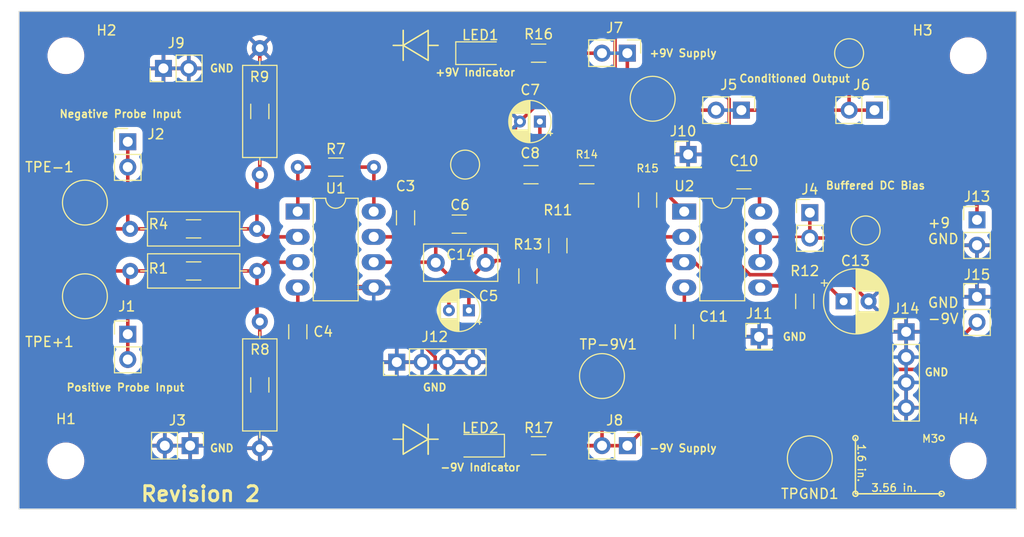
<source format=kicad_pcb>
(kicad_pcb (version 20240108) (generator "pcbnew") (generator_version "8.0")
  (layers (0 "F.Cu" signal) (31 "B.Cu" signal) (34 "B.Paste" user) (35 "F.Paste" user) (36 "B.SilkS" user "B.Silkscreen") (37 "F.SilkS" user "F.Silkscreen") (38 "B.Mask" user) (39 "F.Mask" user) (44 "Edge.Cuts" user))
  (net 0 "")
  (net 1 "+9V")
  (net 2 "GND")
  (net 3 "-9V")
  (net 4 "/ConditionedOutput")
  (net 5 "/NegInput")
  (net 6 "/PosInput")
  (net 7 "/Gain2")
  (net 8 "/Gain1")
  (net 9 "/PosInputProtected")
  (net 10 "/NegInputProtected")
  (net 11 "Net-(U2A-+)")
  (net 12 "Net-(C7-Pad1)")
  (net 13 "/DC_Bias_Buffer")
  (net 14 "Net-(U2A--)")
  (net 15 "Net-(C14-Pad1)")
  (net 16 "Net-(LED1-A)")
  (net 17 "Net-(LED2-K)")
  (net 18 "Net-(U2B-+)")
  (footprint "Connector_PinHeader_2.54mm:PinHeader_1x02_P2.54mm_Vertical" (layer "F.Cu") (at 142.101 140.523)
    (property "Reference" "J15" (at 0 -2.225 0) (layer "F.SilkS"))
    (property "Value" "Conn_01x02")
    (pad "1" thru_hole rect (at 0 0) (size 1.7 1.7) (drill 1) (layers "*.Cu" "*.Mask") (net 2 "GND"))
    (pad "2" thru_hole oval (at 0 2.54) (size 1.7 1.7) (drill 1) (layers "*.Cu" "*.Mask") (net 3 "-9V"))
  )
  (footprint "Package_DIP:DIP-8_W7.62mm_LongPads" (layer "F.Cu") (at 112.761 131.963)
    (property "Reference" "U2" (at 0.015 -2.55 0) (layer "F.SilkS"))
    (property "Value" "LM358")
    (pad "1" thru_hole rect (at 0 0) (size 2.4 1.6) (drill 1) (layers "*.Cu" "*.Mask") (net 4 "/ConditionedOutput"))
    (pad "2" thru_hole oval (at 0 2.54) (size 2.4 1.6) (drill 1) (layers "*.Cu" "*.Mask") (net 14 "Net-(U2A--)"))
    (pad "3" thru_hole oval (at 0 5.08) (size 2.4 1.6) (drill 1) (layers "*.Cu" "*.Mask") (net 11 "Net-(U2A-+)"))
    (pad "4" thru_hole oval (at 0 7.62) (size 2.4 1.6) (drill 1) (layers "*.Cu" "*.Mask") (net 3 "-9V"))
    (pad "5" thru_hole oval (at 7.62 7.62) (size 2.4 1.6) (drill 1) (layers "*.Cu" "*.Mask") (net 18 "Net-(U2B-+)"))
    (pad "6" thru_hole oval (at 7.62 5.08) (size 2.4 1.6) (drill 1) (layers "*.Cu" "*.Mask") (net 13 "/DC_Bias_Buffer"))
    (pad "7" thru_hole oval (at 7.62 2.54) (size 2.4 1.6) (drill 1) (layers "*.Cu" "*.Mask") (net 13 "/DC_Bias_Buffer"))
    (pad "8" thru_hole oval (at 7.62 0) (size 2.4 1.6) (drill 1) (layers "*.Cu" "*.Mask") (net 1 "+9V"))
  )
  (footprint "Resistor_SMD:R_1206_3216Metric_Pad1.30x1.75mm_HandSolder" (layer "F.Cu") (at 70.231 149.352 90)
    (property "Reference" "R8" (at 3.544658 0.011806 180) (layer "F.SilkS"))
    (property "Value" "100k")
    (pad "1" smd roundrect (at -1.55 0 90) (size 1.3 1.75) (layers "F.Cu" "F.Paste" "F.Mask") (roundrect_rratio 0.1923076923) (net 2 "GND"))
    (pad "2" smd roundrect (at 1.55 0 90) (size 1.3 1.75) (layers "F.Cu" "F.Paste" "F.Mask") (roundrect_rratio 0.1923076923) (net 9 "/PosInputProtected"))
  )
  (footprint "Capacitor_THT:CP_Radial_D4.0mm_P2.00mm" (layer "F.Cu") (at 91.182323 141.87294 180)
    (property "Reference" "C5" (at -1.971407 1.4384 180) (layer "F.SilkS"))
    (property "Value" "0.22u")
    (pad "1" thru_hole rect (at 0 0 180) (size 1.2 1.2) (drill 0.6) (layers "*.Cu" "*.Mask") (net 11 "Net-(U2A-+)"))
    (pad "2" thru_hole circle (at 2 0 180) (size 1.2 1.2) (drill 0.6) (layers "*.Cu" "*.Mask") (net 15 "Net-(C14-Pad1)"))
  )
  (footprint "Resistor_SMD:R_1206_3216Metric_Pad1.30x1.75mm_HandSolder" (layer "F.Cu") (at 109.093 130.81 -90)
    (property "Reference" "R15" (at -3.175 0 180) (layer "F.SilkS") (effects (font (size 0.762 0.762) (thickness 0.127) (bold yes))))
    (property "Value" "10k")
    (pad "1" smd roundrect (at -1.55 0 270) (size 1.3 1.75) (layers "F.Cu" "F.Paste" "F.Mask") (roundrect_rratio 0.1923076923) (net 4 "/ConditionedOutput"))
    (pad "2" smd roundrect (at 1.55 0 270) (size 1.3 1.75) (layers "F.Cu" "F.Paste" "F.Mask") (roundrect_rratio 0.1923076923) (net 14 "Net-(U2A--)"))
  )
  (footprint "Resistor_SMD:R_1206_3216Metric_Pad1.30x1.75mm_HandSolder" (layer "F.Cu") (at 98.171 116.078 180)
    (property "Reference" "R16" (at 0 1.905 180) (layer "F.SilkS"))
    (property "Value" "10k")
    (pad "1" smd roundrect (at -1.55 0 180) (size 1.3 1.75) (layers "F.Cu" "F.Paste" "F.Mask") (roundrect_rratio 0.1923076923) (net 1 "+9V"))
    (pad "2" smd roundrect (at 1.55 0 180) (size 1.3 1.75) (layers "F.Cu" "F.Paste" "F.Mask") (roundrect_rratio 0.1923076923) (net 16 "Net-(LED1-A)"))
  )
  (footprint "MountingHole:MountingHole_3.2mm_M3" (layer "F.Cu") (at 50.8 156.972)
    (property "Reference" "H1" (at 0 -4.2 0) (layer "F.SilkS"))
    (property "Value" "MountingHole")
    (pad "" np_thru_hole circle (at 0 0) (size 3.2 3.2) (drill 3.2) (layers "*.Cu" "*.Mask"))
  )
  (footprint "TestPoint:TestPoint_Pad_D4.0mm" (layer "F.Cu") (at 125.349 156.718)
    (property "Reference" "TPGND1" (at 0 3.556 0) (layer "F.SilkS"))
    (property "Value" "Ground")
    (pad "1" smd circle (at 0 0) (size 4 4) (layers "F.Cu" "F.Mask") (net 2 "GND"))
  )
  (footprint "Capacitor_SMD:C_1206_3216Metric_Pad1.33x1.80mm_HandSolder" (layer "F.Cu") (at 112.776 144.018 -90)
    (property "Reference" "C11" (at -1.524 -2.921 0) (layer "F.SilkS"))
    (property "Value" "0.1u")
    (pad "1" smd roundrect (at -1.5625 0 270) (size 1.325 1.8) (layers "F.Cu" "F.Paste" "F.Mask") (roundrect_rratio 0.1886792453) (net 3 "-9V"))
    (pad "2" smd roundrect (at 1.5625 0 270) (size 1.325 1.8) (layers "F.Cu" "F.Paste" "F.Mask") (roundrect_rratio 0.1886792453) (net 2 "GND"))
  )
  (footprint "Connector_PinHeader_2.54mm:PinHeader_1x02_P2.54mm_Vertical" (layer "F.Cu") (at 131.831 121.793 -90)
    (property "Reference" "J6" (at -2.54 1.28 180) (layer "F.SilkS"))
    (property "Value" "Conn_01x02")
    (pad "1" thru_hole rect (at 0 0 270) (size 1.7 1.7) (drill 1) (layers "*.Cu" "*.Mask") (net 4 "/ConditionedOutput"))
    (pad "2" thru_hole oval (at 0 2.54 270) (size 1.7 1.7) (drill 1) (layers "*.Cu" "*.Mask") (net 4 "/ConditionedOutput"))
  )
  (footprint "MountingHole:MountingHole_3.2mm_M3" (layer "F.Cu") (at 141.224 116.332)
    (property "Reference" "H3" (at -4.572 -2.54 0) (layer "F.SilkS"))
    (property "Value" "MountingHole")
    (pad "" np_thru_hole circle (at 0 0) (size 3.2 3.2) (drill 3.2) (layers "*.Cu" "*.Mask"))
  )
  (footprint "Connector_PinHeader_2.54mm:PinHeader_1x04_P2.54mm_Vertical" (layer "F.Cu") (at 135.001 144.028)
    (property "Reference" "J14" (at 0 -2.33 0) (layer "F.SilkS"))
    (property "Value" "Conn_01x04")
    (pad "1" thru_hole rect (at 0 0) (size 1.7 1.7) (drill 1) (layers "*.Cu" "*.Mask") (net 2 "GND"))
    (pad "2" thru_hole oval (at 0 2.54) (size 1.7 1.7) (drill 1) (layers "*.Cu" "*.Mask") (net 2 "GND"))
    (pad "3" thru_hole oval (at 0 5.08) (size 1.7 1.7) (drill 1) (layers "*.Cu" "*.Mask") (net 2 "GND"))
    (pad "4" thru_hole oval (at 0 7.62) (size 1.7 1.7) (drill 1) (layers "*.Cu" "*.Mask") (net 2 "GND"))
  )
  (footprint "Resistor_THT:R_Axial_DIN0309_L9.0mm_D3.2mm_P12.70mm_Horizontal" (layer "F.Cu") (at 57.2535 137.922)
    (property "Reference" "R2" (hide yes))
    (property "Value" "47.4k")
    (pad "1" thru_hole circle (at 0 0) (size 1.6 1.6) (drill 0.8) (layers "*.Cu" "*.Mask") (net 6 "/PosInput"))
    (pad "2" thru_hole oval (at 12.7 0) (size 1.6 1.6) (drill 0.8) (layers "*.Cu" "*.Mask") (net 9 "/PosInputProtected"))
  )
  (footprint "TestPoint:TestPoint_Pad_D4.0mm" (layer "F.Cu") (at 52.705 131.064)
    (property "Reference" "TPE-1" (at -3.556 -3.554 0) (layer "F.SilkS"))
    (property "Value" "V- Electrode")
    (pad "1" smd circle (at 0 0) (size 4 4) (layers "F.Cu" "F.Mask") (net 5 "/NegInput"))
  )
  (footprint "Resistor_SMD:R_1206_3216Metric_Pad1.30x1.75mm_HandSolder" (layer "F.Cu") (at 97.101 138.43 90)
    (property "Reference" "R13" (at 3.175 0 0) (layer "F.SilkS"))
    (property "Value" "12k")
    (pad "1" smd roundrect (at -1.55 0 90) (size 1.3 1.75) (layers "F.Cu" "F.Paste" "F.Mask") (roundrect_rratio 0.1923076923) (net 2 "GND"))
    (pad "2" smd roundrect (at 1.55 0 90) (size 1.3 1.75) (layers "F.Cu" "F.Paste" "F.Mask") (roundrect_rratio 0.1923076923) (net 11 "Net-(U2A-+)"))
  )
  (footprint "MountingHole:MountingHole_3.2mm_M3" (layer "F.Cu") (at 50.8 116.332)
    (property "Reference" "H2" (at 4.064 -2.54 0) (layer "F.SilkS"))
    (property "Value" "MountingHole")
    (pad "" np_thru_hole circle (at 0 0) (size 3.2 3.2) (drill 3.2) (layers "*.Cu" "*.Mask"))
  )
  (footprint "Resistor_SMD:R_1206_3216Metric_Pad1.30x1.75mm_HandSolder" (layer "F.Cu") (at 102.997 128.27 180)
    (property "Reference" "R14" (at 0 2.032 0) (layer "F.SilkS") (effects (font (size 0.762 0.762) (thickness 0.127) (bold yes))))
    (property "Value" "10k")
    (pad "1" smd roundrect (at -1.55 0 180) (size 1.3 1.75) (layers "F.Cu" "F.Paste" "F.Mask") (roundrect_rratio 0.1923076923) (net 14 "Net-(U2A--)"))
    (pad "2" smd roundrect (at 1.55 0 180) (size 1.3 1.75) (layers "F.Cu" "F.Paste" "F.Mask") (roundrect_rratio 0.1923076923) (net 12 "Net-(C7-Pad1)"))
  )
  (footprint "Capacitor_SMD:C_1206_3216Metric_Pad1.33x1.80mm_HandSolder" (layer "F.Cu") (at 97.409 128.27)
    (property "Reference" "C8" (at -0.083599 -2.159001 180) (layer "F.SilkS"))
    (property "Value" "0.1u")
    (pad "1" smd roundrect (at -1.5625 0) (size 1.325 1.8) (layers "F.Cu" "F.Paste" "F.Mask") (roundrect_rratio 0.1886792453) (net 2 "GND"))
    (pad "2" smd roundrect (at 1.5625 0) (size 1.325 1.8) (layers "F.Cu" "F.Paste" "F.Mask") (roundrect_rratio 0.1886792453) (net 12 "Net-(C7-Pad1)"))
  )
  (footprint "Resistor_THT:R_Axial_DIN0204_L3.6mm_D1.6mm_P7.62mm_Horizontal" (layer "F.Cu") (at 74.041 127.508)
    (property "Reference" "R10" (hide yes))
    (property "Value" "56")
    (pad "1" thru_hole circle (at 0 0) (size 1.4 1.4) (drill 0.7) (layers "*.Cu" "*.Mask") (net 7 "/Gain2"))
    (pad "2" thru_hole oval (at 7.62 0) (size 1.4 1.4) (drill 0.7) (layers "*.Cu" "*.Mask") (net 8 "/Gain1"))
  )
  (footprint "Connector_PinHeader_2.54mm:PinHeader_1x02_P2.54mm_Vertical" (layer "F.Cu") (at 107.066 155.448 -90)
    (property "Reference" "J8" (at -2.54 1.275 180) (layer "F.SilkS"))
    (property "Value" "Conn_01x02")
    (pad "1" thru_hole rect (at 0 0 270) (size 1.7 1.7) (drill 1) (layers "*.Cu" "*.Mask") (net 3 "-9V"))
    (pad "2" thru_hole oval (at 0 2.54 270) (size 1.7 1.7) (drill 1) (layers "*.Cu" "*.Mask") (net 3 "-9V"))
  )
  (footprint "Capacitor_THT:CP_Radial_D6.3mm_P2.50mm" (layer "F.Cu") (at 128.738621 140.97)
    (property "Reference" "C13" (at 1.182379 -4.064 0) (layer "F.SilkS"))
    (property "Value" "2.2u")
    (pad "1" thru_hole rect (at 0 0) (size 1.6 1.6) (drill 0.8) (layers "*.Cu" "*.Mask") (net 18 "Net-(U2B-+)"))
    (pad "2" thru_hole circle (at 2.5 0) (size 1.6 1.6) (drill 0.8) (layers "*.Cu" "*.Mask") (net 2 "GND"))
  )
  (footprint "Package_DIP:DIP-8_W7.62mm_LongPads" (layer "F.Cu") (at 74.026 131.963)
    (property "Reference" "U1" (at 3.81 -2.33 0) (layer "F.SilkS"))
    (property "Value" "INA129")
    (pad "1" thru_hole rect (at 0 0) (size 2.4 1.6) (drill 1) (layers "*.Cu" "*.Mask") (net 7 "/Gain2"))
    (pad "2" thru_hole oval (at 0 2.54) (size 2.4 1.6) (drill 1) (layers "*.Cu" "*.Mask") (net 10 "/NegInputProtected"))
    (pad "3" thru_hole oval (at 0 5.08) (size 2.4 1.6) (drill 1) (layers "*.Cu" "*.Mask") (net 9 "/PosInputProtected"))
    (pad "4" thru_hole oval (at 0 7.62) (size 2.4 1.6) (drill 1) (layers "*.Cu" "*.Mask") (net 3 "-9V"))
    (pad "5" thru_hole oval (at 7.62 7.62) (size 2.4 1.6) (drill 1) (layers "*.Cu" "*.Mask") (net 2 "GND"))
    (pad "6" thru_hole oval (at 7.62 5.08) (size 2.4 1.6) (drill 1) (layers "*.Cu" "*.Mask") (net 15 "Net-(C14-Pad1)"))
    (pad "7" thru_hole oval (at 7.62 2.54) (size 2.4 1.6) (drill 1) (layers "*.Cu" "*.Mask") (net 1 "+9V"))
    (pad "8" thru_hole oval (at 7.62 0) (size 2.4 1.6) (drill 1) (layers "*.Cu" "*.Mask") (net 8 "/Gain1"))
  )
  (footprint "Resistor_THT:R_Axial_DIN0309_L9.0mm_D3.2mm_P12.70mm_Horizontal" (layer "F.Cu") (at 70.231 143.002 -90)
    (property "Reference" "R5" (hide yes))
    (property "Value" "100k")
    (pad "1" thru_hole circle (at 0 0 270) (size 1.6 1.6) (drill 0.8) (layers "*.Cu" "*.Mask") (net 9 "/PosInputProtected"))
    (pad "2" thru_hole oval (at 12.7 0 270) (size 1.6 1.6) (drill 0.8) (layers "*.Cu" "*.Mask") (net 2 "GND"))
  )
  (footprint "Connector_PinHeader_2.54mm:PinHeader_1x02_P2.54mm_Vertical" (layer "F.Cu") (at 125.349 132.075)
    (property "Reference" "J4" (at 0 -2.33 0) (layer "F.SilkS"))
    (property "Value" "Conn_01x02")
    (pad "1" thru_hole rect (at 0 0) (size 1.7 1.7) (drill 1) (layers "*.Cu" "*.Mask") (net 13 "/DC_Bias_Buffer"))
    (pad "2" thru_hole oval (at 0 2.54) (size 1.7 1.7) (drill 1) (layers "*.Cu" "*.Mask") (net 13 "/DC_Bias_Buffer"))
  )
  (footprint "TestPoint:TestPoint_Pad_D2.5mm" (layer "F.Cu") (at 90.805 127.254)
    (property "Reference" "TPRawOut1" (hide yes))
    (property "Value" "AmplifierOut")
    (pad "1" smd circle (at 0 0) (size 2.5 2.5) (layers "F.Cu" "F.Mask") (net 15 "Net-(C14-Pad1)"))
  )
  (footprint "Resistor_SMD:R_1206_3216Metric_Pad1.30x1.75mm_HandSolder" (layer "F.Cu") (at 100.101 135.382 -90)
    (property "Reference" "R11" (at -3.556 0 180) (layer "F.SilkS"))
    (property "Value" "56k")
    (pad "1" smd roundrect (at -1.55 0 270) (size 1.3 1.75) (layers "F.Cu" "F.Paste" "F.Mask") (roundrect_rratio 0.1923076923) (net 1 "+9V"))
    (pad "2" smd roundrect (at 1.55 0 270) (size 1.3 1.75) (layers "F.Cu" "F.Paste" "F.Mask") (roundrect_rratio 0.1923076923) (net 11 "Net-(U2A-+)"))
  )
  (footprint "Capacitor_SMD:C_1206_3216Metric_Pad1.33x1.80mm_HandSolder" (layer "F.Cu") (at 74.041 144.018 -90)
    (property "Reference" "C4" (at 0 -2.54 180) (layer "F.SilkS"))
    (property "Value" "0.1u")
    (pad "1" smd roundrect (at -1.5625 0 270) (size 1.325 1.8) (layers "F.Cu" "F.Paste" "F.Mask") (roundrect_rratio 0.1886792453) (net 3 "-9V"))
    (pad "2" smd roundrect (at 1.5625 0 270) (size 1.325 1.8) (layers "F.Cu" "F.Paste" "F.Mask") (roundrect_rratio 0.1886792453) (net 2 "GND"))
  )
  (footprint "Resistor_THT:R_Axial_DIN0309_L9.0mm_D3.2mm_P12.70mm_Horizontal" (layer "F.Cu") (at 70.231 115.57 -90)
    (property "Reference" "R6" (hide yes))
    (property "Value" "100k")
    (pad "1" thru_hole circle (at 0 0 270) (size 1.6 1.6) (drill 0.8) (layers "*.Cu" "*.Mask") (net 2 "GND"))
    (pad "2" thru_hole oval (at 12.7 0 270) (size 1.6 1.6) (drill 0.8) (layers "*.Cu" "*.Mask") (net 10 "/NegInputProtected"))
  )
  (footprint "Connector_PinHeader_2.54mm:PinHeader_1x02_P2.54mm_Vertical" (layer "F.Cu") (at 118.491 121.793 -90)
    (property "Reference" "J5" (at -2.54 1.27 180) (layer "F.SilkS"))
    (property "Value" "Conn_01x02")
    (pad "1" thru_hole rect (at 0 0 270) (size 1.7 1.7) (drill 1) (layers "*.Cu" "*.Mask") (net 4 "/ConditionedOutput"))
    (pad "2" thru_hole oval (at 0 2.54 270) (size 1.7 1.7) (drill 1) (layers "*.Cu" "*.Mask") (net 4 "/ConditionedOutput"))
  )
  (footprint "Resistor_SMD:R_1206_3216Metric_Pad1.30x1.75mm_HandSolder" (layer "F.Cu") (at 63.6035 137.922)
    (property "Reference" "R1" (at -3.5325 -0.254 0) (layer "F.SilkS"))
    (property "Value" "47.4k")
    (pad "1" smd roundrect (at -1.55 0) (size 1.3 1.75) (layers "F.Cu" "F.Paste" "F.Mask") (roundrect_rratio 0.1923076923) (net 6 "/PosInput"))
    (pad "2" smd roundrect (at 1.55 0) (size 1.3 1.75) (layers "F.Cu" "F.Paste" "F.Mask") (roundrect_rratio 0.1923076923) (net 9 "/PosInputProtected"))
  )
  (footprint "MountingHole:MountingHole_3.2mm_M3" (layer "F.Cu") (at 141.224 156.972)
    (property "Reference" "H4" (at 0 -4.2 0) (layer "F.SilkS"))
    (property "Value" "MountingHole")
    (pad "" np_thru_hole circle (at 0 0) (size 3.2 3.2) (drill 3.2) (layers "*.Cu" "*.Mask"))
  )
  (footprint "Capacitor_SMD:C_1206_3216Metric_Pad1.33x1.80mm_HandSolder" (layer "F.Cu") (at 84.836 132.588 90)
    (property "Reference" "C3" (at 3.175 0 0) (layer "F.SilkS"))
    (property "Value" "0.1u")
    (pad "1" smd roundrect (at -1.5625 0 90) (size 1.325 1.8) (layers "F.Cu" "F.Paste" "F.Mask") (roundrect_rratio 0.1886792453) (net 1 "+9V"))
    (pad "2" smd roundrect (at 1.5625 0 90) (size 1.325 1.8) (layers "F.Cu" "F.Paste" "F.Mask") (roundrect_rratio 0.1886792453) (net 2 "GND"))
  )
  (footprint "Connector_PinHeader_2.54mm:PinHeader_1x04_P2.54mm_Vertical" (layer "F.Cu") (at 83.957 147.066 90)
    (property "Reference" "J12" (at 2.54 3.799999 0) (layer "F.SilkS"))
    (property "Value" "Conn_01x04")
    (pad "1" thru_hole rect (at 0 0 90) (size 1.7 1.7) (drill 1) (layers "*.Cu" "*.Mask") (net 2 "GND"))
    (pad "2" thru_hole oval (at 0 2.54 90) (size 1.7 1.7) (drill 1) (layers "*.Cu" "*.Mask") (net 2 "GND"))
    (pad "3" thru_hole oval (at 0 5.08 90) (size 1.7 1.7) (drill 1) (layers "*.Cu" "*.Mask") (net 2 "GND"))
    (pad "4" thru_hole oval (at 0 7.62 90) (size 1.7 1.7) (drill 1) (layers "*.Cu" "*.Mask") (net 2 "GND"))
  )
  (footprint "TestPoint:TestPoint_Pad_D2.5mm" (layer "F.Cu") (at 130.937 133.858)
    (property "Reference" "TP_DCBIAS1" (hide yes))
    (property "Value" "Buffered_Output")
    (pad "1" smd circle (at 0 0) (size 2.5 2.5) (layers "F.Cu" "F.Mask") (net 13 "/DC_Bias_Buffer"))
  )
  (footprint "LED_SMD:LED_1206_3216Metric_Pad1.42x1.75mm_HandSolder" (layer "F.Cu") (at 92.284 155.448 180)
    (property "Reference" "LED2" (at -0.045 1.778 180) (layer "F.SilkS"))
    (property "Value" "LED")
    (pad "1" smd roundrect (at -1.4875 0 180) (size 1.425 1.75) (layers "F.Cu" "F.Paste" "F.Mask") (roundrect_rratio 0.1754392982) (net 17 "Net-(LED2-K)"))
    (pad "2" smd roundrect (at 1.4875 0 180) (size 1.425 1.75) (layers "F.Cu" "F.Paste" "F.Mask") (roundrect_rratio 0.1754392982) (net 2 "GND"))
  )
  (footprint "Resistor_THT:R_Axial_DIN0309_L9.0mm_D3.2mm_P12.70mm_Horizontal" (layer "F.Cu") (at 57.243867 133.700962)
    (property "Reference" "R3" (hide yes))
    (property "Value" "47.4k")
    (pad "1" thru_hole circle (at 0 0) (size 1.6 1.6) (drill 0.8) (layers "*.Cu" "*.Mask") (net 5 "/NegInput"))
    (pad "2" thru_hole oval (at 12.7 0) (size 1.6 1.6) (drill 0.8) (layers "*.Cu" "*.Mask") (net 10 "/NegInputProtected"))
  )
  (footprint "Capacitor_THT:C_Rect_L7.2mm_W3.5mm_P5.00mm_FKS2_FKP2_MKS2_MKP2" (layer "F.Cu") (at 87.862057 137.093454)
    (property "Reference" "C14" (at 2.5 -0.795454 0) (layer "F.SilkS"))
    (property "Value" "0.1u")
    (pad "1" thru_hole circle (at 0 0) (size 1.8 1.8) (drill 1) (layers "*.Cu" "*.Mask") (net 15 "Net-(C14-Pad1)"))
    (pad "2" thru_hole circle (at 5 0) (size 1.8 1.8) (drill 1) (layers "*.Cu" "*.Mask") (net 11 "Net-(U2A-+)"))
  )
  (footprint "TestPoint:TestPoint_Pad_D2.5mm" (layer "F.Cu") (at 129.286 116.078)
    (property "Reference" "TPConditionedOut1" (hide yes))
    (property "Value" "BuffereBiasddOutput")
    (pad "1" smd circle (at 0 0) (size 2.5 2.5) (layers "F.Cu" "F.Mask") (net 4 "/ConditionedOutput"))
  )
  (footprint "Resistor_SMD:R_1206_3216Metric_Pad1.30x1.75mm_HandSolder" (layer "F.Cu") (at 77.851 127.508)
    (property "Reference" "R7" (at 0 -1.82 0) (layer "F.SilkS"))
    (property "Value" "56")
    (pad "1" smd roundrect (at -1.55 0) (size 1.3 1.75) (layers "F.Cu" "F.Paste" "F.Mask") (roundrect_rratio 0.1923076923) (net 7 "/Gain2"))
    (pad "2" smd roundrect (at 1.55 0) (size 1.3 1.75) (layers "F.Cu" "F.Paste" "F.Mask") (roundrect_rratio 0.1923076923) (net 8 "/Gain1"))
  )
  (footprint "TestPoint:TestPoint_Pad_D4.0mm" (layer "F.Cu") (at 109.601 120.65)
    (property "Reference" "TP+9V1" (hide yes))
    (property "Value" "TPP9V")
    (pad "1" smd circle (at 0 0) (size 4 4) (layers "F.Cu" "F.Mask") (net 1 "+9V"))
  )
  (footprint "Capacitor_THT:CP_Radial_D4.0mm_P2.00mm" (layer "F.Cu") (at 98.298 122.936 180)
    (property "Reference" "C7" (at 0.9726 3.175 0) (layer "F.SilkS"))
    (property "Value" "10u")
    (pad "1" thru_hole rect (at 0 0 180) (size 1.2 1.2) (drill 0.6) (layers "*.Cu" "*.Mask") (net 12 "Net-(C7-Pad1)"))
    (pad "2" thru_hole circle (at 2 0 180) (size 1.2 1.2) (drill 0.6) (layers "*.Cu" "*.Mask") (net 2 "GND"))
  )
  (footprint "Connector_PinHeader_2.54mm:PinHeader_1x02_P2.54mm_Vertical" (layer "F.Cu") (at 107.061 116.078 -90)
    (property "Reference" "J7" (at -2.54 1.275 180) (layer "F.SilkS"))
    (property "Value" "Conn_01x02")
    (pad "1" thru_hole rect (at 0 0 270) (size 1.7 1.7) (drill 1) (layers "*.Cu" "*.Mask") (net 1 "+9V"))
    (pad "2" thru_hole oval (at 0 2.54 270) (size 1.7 1.7) (drill 1) (layers "*.Cu" "*.Mask") (net 1 "+9V"))
  )
  (footprint "Connector_PinHeader_2.54mm:PinHeader_1x02_P2.54mm_Vertical" (layer "F.Cu") (at 56.9995 144.267)
    (property "Reference" "J1" (at -0.1035 -2.789 0) (layer "F.SilkS"))
    (property "Value" "Conn_01x02")
    (pad "1" thru_hole rect (at 0 0) (size 1.7 1.7) (drill 1) (layers "*.Cu" "*.Mask") (net 6 "/PosInput"))
    (pad "2" thru_hole oval (at 0 2.54) (size 1.7 1.7) (drill 1) (layers "*.Cu" "*.Mask") (net 6 "/PosInput"))
  )
  (footprint "Connector_PinHeader_2.54mm:PinHeader_1x02_P2.54mm_Vertical" (layer "F.Cu") (at 63.251 155.448 -90)
    (property "Reference" "J3" (at -2.54 1.275 180) (layer "F.SilkS"))
    (property "Value" "Conn_01x02")
    (pad "1" thru_hole rect (at 0 0 270) (size 1.7 1.7) (drill 1) (layers "*.Cu" "*.Mask") (net 2 "GND"))
    (pad "2" thru_hole oval (at 0 2.54 270) (size 1.7 1.7) (drill 1) (layers "*.Cu" "*.Mask") (net 2 "GND"))
  )
  (footprint "TestPoint:TestPoint_Pad_D4.0mm" (layer "F.Cu") (at 104.521 148.463)
    (property "Reference" "TP-9V1" (at 0.635 -3.175 0) (layer "F.SilkS"))
    (property "Value" "TPN9V")
    (pad "1" smd circle (at 0 0) (size 4 4) (layers "F.Cu" "F.Mask") (net 3 "-9V"))
  )
  (footprint "Resistor_SMD:R_1206_3216Metric_Pad1.30x1.75mm_HandSolder" (layer "F.Cu") (at 124.841 140.97 -90)
    (property "Reference" "R12" (at -3.048 0 180) (layer "F.SilkS"))
    (property "Value" "100k")
    (pad "1" smd roundrect (at -1.55 0 270) (size 1.3 1.75) (layers "F.Cu" "F.Paste" "F.Mask") (roundrect_rratio 0.1923076923) (net 18 "Net-(U2B-+)"))
    (pad "2" smd roundrect (at 1.55 0 270) (size 1.3 1.75) (layers "F.Cu" "F.Paste" "F.Mask") (roundrect_rratio 0.1923076923) (net 11 "Net-(U2A-+)"))
  )
  (footprint "Connector_PinHeader_2.54mm:PinHeader_1x01_P2.54mm_Vertical" (layer "F.Cu") (at 120.269 144.526)
    (property "Reference" "J11" (at 0 -2.33 0) (layer "F.SilkS"))
    (property "Value" "Conn_01x01")
    (pad "1" thru_hole rect (at 0 0) (size 1.7 1.7) (drill 1) (layers "*.Cu" "*.Mask") (net 2 "GND"))
  )
  (footprint "Connector_PinHeader_2.54mm:PinHeader_1x01_P2.54mm_Vertical" (layer "F.Cu") (at 113.157 126.238)
    (property "Reference" "J10" (at -0.508 -2.33 0) (layer "F.SilkS"))
    (property "Value" "Conn_01x01")
    (pad "1" thru_hole rect (at 0 0) (size 1.7 1.7) (drill 1) (layers "*.Cu" "*.Mask") (net 2 "GND"))
  )
  (footprint "Connector_PinHeader_2.54mm:PinHeader_1x02_P2.54mm_Vertical" (layer "F.Cu") (at 56.9995 124.963)
    (property "Reference" "J2" (at 2.8175 -0.757 0) (layer "F.SilkS"))
    (property "Value" "Conn_01x02")
    (pad "1" thru_hole rect (at 0 0) (size 1.7 1.7) (drill 1) (layers "*.Cu" "*.Mask") (net 5 "/NegInput"))
    (pad "2" thru_hole oval (at 0 2.54) (size 1.7 1.7) (drill 1) (layers "*.Cu" "*.Mask") (net 5 "/NegInput"))
  )
  (footprint "Resistor_SMD:R_1206_3216Metric_Pad1.30x1.75mm_HandSolder" (layer "F.Cu") (at 63.593867 133.700962)
    (property "Reference" "R4" (at -3.522867 -0.477962 0) (layer "F.SilkS"))
    (property "Value" "47.4k")
    (pad "1" smd roundrect (at -1.55 0) (size 1.3 1.75) (layers "F.Cu" "F.Paste" "F.Mask") (roundrect_rratio 0.1923076923) (net 5 "/NegInput"))
    (pad "2" smd roundrect (at 1.55 0) (size 1.3 1.75) (layers "F.Cu" "F.Paste" "F.Mask") (roundrect_rratio 0.1923076923) (net 10 "/NegInputProtected"))
  )
  (footprint "Capacitor_SMD:C_1206_3216Metric_Pad1.33x1.80mm_HandSolder" (layer "F.Cu") (at 118.745 128.778 180)
    (property "Reference" "C10" (at 0 1.905 180) (layer "F.SilkS"))
    (property "Value" "0.1u")
    (pad "1" smd roundrect (at -1.5625 0 180) (size 1.325 1.8) (layers "F.Cu" "F.Paste" "F.Mask") (roundrect_rratio 0.1886792453) (net 1 "+9V"))
    (pad "2" smd roundrect (at 1.5625 0 180) (size 1.325 1.8) (layers "F.Cu" "F.Paste" "F.Mask") (roundrect_rratio 0.1886792453) (net 2 "GND"))
  )
  (footprint "Connector_PinHeader_2.54mm:PinHeader_1x02_P2.54mm_Vertical" (layer "F.Cu") (at 142.101 132.798)
    (property "Reference" "J13" (at 0 -2.33 0) (layer "F.SilkS"))
    (property "Value" "Conn_01x02")
    (pad "1" thru_hole rect (at 0 0) (size 1.7 1.7) (drill 1) (layers "*.Cu" "*.Mask") (net 1 "+9V"))
    (pad "2" thru_hole oval (at 0 2.54) (size 1.7 1.7) (drill 1) (layers "*.Cu" "*.Mask") (net 2 "GND"))
  )
  (footprint "LED_SMD:LED_1206_3216Metric_Pad1.42x1.75mm_HandSolder" (layer "F.Cu") (at 92.329 116.078)
    (property "Reference" "LED1" (at 0 -1.82 0) (layer "F.SilkS"))
    (property "Value" "LED")
    (pad "1" smd roundrect (at -1.4875 0) (size 1.425 1.75) (layers "F.Cu" "F.Paste" "F.Mask") (roundrect_rratio 0.1754392982) (net 2 "GND"))
    (pad "2" smd roundrect (at 1.4875 0) (size 1.425 1.75) (layers "F.Cu" "F.Paste" "F.Mask") (roundrect_rratio 0.1754392982) (net 16 "Net-(LED1-A)"))
  )
  (footprint "Capacitor_SMD:C_1206_3216Metric_Pad1.33x1.80mm_HandSolder" (layer "F.Cu") (at 90.2134 133.223)
    (property "Reference" "C6" (at 0.0836 -1.925 0) (layer "F.SilkS"))
    (property "Value" "0.1u")
    (pad "1" smd roundrect (at -1.5625 0) (size 1.325 1.8) (layers "F.Cu" "F.Paste" "F.Mask") (roundrect_rratio 0.1886792453) (net 15 "Net-(C14-Pad1)"))
    (pad "2" smd roundrect (at 1.5625 0) (size 1.325 1.8) (layers "F.Cu" "F.Paste" "F.Mask") (roundrect_rratio 0.1886792453) (net 11 "Net-(U2A-+)"))
  )
  (footprint "Resistor_SMD:R_1206_3216Metric_Pad1.30x1.75mm_HandSolder" (layer "F.Cu") (at 98.171 155.448 180)
    (property "Reference" "R17" (at 0 1.778 180) (layer "F.SilkS"))
    (property "Value" "10k")
    (pad "1" smd roundrect (at -1.55 0 180) (size 1.3 1.75) (layers "F.Cu" "F.Paste" "F.Mask") (roundrect_rratio 0.1923076923) (net 3 "-9V"))
    (pad "2" smd roundrect (at 1.55 0 180) (size 1.3 1.75) (layers "F.Cu" "F.Paste" "F.Mask") (roundrect_rratio 0.1923076923) (net 17 "Net-(LED2-K)"))
  )
  (footprint "TestPoint:TestPoint_Pad_D4.0mm" (layer "F.Cu") (at 52.705 140.462)
    (property "Reference" "TPE+1" (at -3.556 4.574 0) (layer "F.SilkS"))
    (property "Value" "V+ Electrode")
    (pad "1" smd circle (at 0 0) (size 4 4) (layers "F.Cu" "F.Mask") (net 6 "/PosInput"))
  )
  (footprint "Resistor_SMD:R_1206_3216Metric_Pad1.30x1.75mm_HandSolder" (layer "F.Cu") (at 70.231 121.92 -90)
    (property "Reference" "R9" (at -4.052445 0.030841 0) (layer "F.SilkS") (effects (justify top)))
    (property "Value" "100k")
    (pad "1" smd roundrect (at -1.55 0 270) (size 1.3 1.75) (layers "F.Cu" "F.Paste" "F.Mask") (roundrect_rratio 0.1923076923) (net 2 "GND"))
    (pad "2" smd roundrect (at 1.55 0 270) (size 1.3 1.75) (layers "F.Cu" "F.Paste" "F.Mask") (roundrect_rratio 0.1923076923) (net 10 "/NegInputProtected"))
  )
  (footprint "Connector_PinHeader_2.54mm:PinHeader_1x02_P2.54mm_Vertical" (layer "F.Cu") (at 60.574 117.602 90)
    (property "Reference" "J9" (at 2.54 1.275 0) (layer "F.SilkS"))
    (property "Value" "Conn_01x02")
    (pad "1" thru_hole rect (at 0 0 90) (size 1.7 1.7) (drill 1) (layers "*.Cu" "*.Mask") (net 2 "GND"))
    (pad "2" thru_hole oval (at 0 2.54 90) (size 1.7 1.7) (drill 1) (layers "*.Cu" "*.Mask") (net 2 "GND"))
  )
  (gr_circle (center 138.557 154.686) (end 138.811 154.686) (stroke (width 0.15)) (fill none) (layer "F.SilkS"))
  (gr_line (start 87.101 116.798) (end 84.601 115.298) (stroke (width 0.15)) (layer "F.SilkS"))
  (gr_line (start 87.101 153.298) (end 87.101 154.798) (stroke (width 0.15)) (layer "F.SilkS"))
  (gr_circle (center 129.921 154.686) (end 130.175 154.686) (stroke (width 0.15)) (fill none) (layer "F.SilkS"))
  (gr_line (start 87.101 154.798) (end 84.601 156.298) (stroke (width 0.15)) (layer "F.SilkS"))
  (gr_circle (center 129.921 160.274) (end 130.175 160.274) (stroke (width 0.15)) (fill none) (layer "F.SilkS"))
  (gr_line (start 84.601 115.298) (end 84.601 113.798) (stroke (width 0.15)) (layer "F.SilkS"))
  (gr_line (start 129.921 154.686) (end 129.921 160.274) (stroke (width 0.15)) (layer "F.SilkS"))
  (gr_line (start 84.601 115.298) (end 87.101 113.798) (stroke (width 0.15)) (layer "F.SilkS"))
  (gr_line (start 129.921 160.274) (end 138.557 160.274) (stroke (width 0.15)) (layer "F.SilkS"))
  (gr_line (start 84.601 116.798) (end 84.601 115.298) (stroke (width 0.15)) (layer "F.SilkS"))
  (gr_line (start 87.101 113.798) (end 87.101 116.798) (stroke (width 0.15)) (layer "F.SilkS"))
  (gr_line (start 84.601 154.798) (end 83.601 154.798) (stroke (width 0.15)) (layer "F.SilkS"))
  (gr_circle (center 138.557 160.274) (end 138.811 160.274) (stroke (width 0.15)) (fill none) (layer "F.SilkS"))
  (gr_line (start 87.101 115.298) (end 88.101 115.298) (stroke (width 0.15)) (layer "F.SilkS"))
  (gr_line (start 84.601 156.298) (end 84.601 153.298) (stroke (width 0.15)) (layer "F.SilkS"))
  (gr_line (start 84.601 115.298) (end 83.601 115.298) (stroke (width 0.15)) (layer "F.SilkS"))
  (gr_line (start 87.101 154.798) (end 88.101 154.798) (stroke (width 0.15)) (layer "F.SilkS"))
  (gr_line (start 84.601 113.798) (end 84.601 115.298) (stroke (width 0.15)) (layer "F.SilkS"))
  (gr_line (start 84.601 153.298) (end 87.101 154.798) (stroke (width 0.15)) (layer "F.SilkS"))
  (gr_line (start 87.101 156.298) (end 87.101 154.798) (stroke (width 0.15)) (layer "F.SilkS"))
  (gr_line (start 87.101 154.798) (end 87.101 156.298) (stroke (width 0.15)) (layer "F.SilkS"))
  (gr_rect (start 46.101 111.887) (end 146.05 161.798) (stroke (width 0.1)) (fill none) (layer "Edge.Cuts"))
  (gr_text "+9V Indicator\n\n" (at 91.821 118.618 0) (layer "F.SilkS") (effects (font (size 0.762 0.762) (thickness 0.1524))))
  (gr_text "Buffered DC Bias" (at 126.873 129.794 0) (layer "F.SilkS") (effects (font (size 0.762 0.762) (thickness 0.1524)) (justify left bottom)))
  (gr_text "Positive Probe Input\n" (at 56.769 149.606 0) (layer "F.SilkS") (effects (font (size 0.762 0.762) (thickness 0.1524))))
  (gr_text "GND\n" (at 66.421 117.602 0) (layer "F.SilkS") (effects (font (size 0.762 0.762) (thickness 0.1524))))
  (gr_text "Revision 2" (at 58.166 161.163 0) (layer "F.SilkS") (effects (font (size 1.5 1.5) (thickness 0.3) (bold yes)) (justify left bottom)))
  (gr_text "3.56 in.\n" (at 131.445 160.1216 0) (layer "F.SilkS") (effects (font (size 0.762 0.762) (thickness 0.127) (bold yes)) (justify left bottom)))
  (gr_text "GND\n" (at 87.757 149.606 0) (layer "F.SilkS") (effects (font (size 0.762 0.762) (thickness 0.1524))))
  (gr_text "GND\n-9V" (at 137.101 143.298 0) (layer "F.SilkS") (effects (font (size 1 1)) (justify left bottom)))
  (gr_text "GND\n" (at 123.825 144.526 0) (layer "F.SilkS") (effects (font (size 0.762 0.762) (thickness 0.1524))))
  (gr_text "GND\n" (at 138.049 148.082 0) (layer "F.SilkS") (effects (font (size 0.762 0.762) (thickness 0.1524))))
  (gr_text "1.6 in.\n" (at 130.0734 155.194 270) (layer "F.SilkS") (effects (font (size 0.762 0.762) (thickness 0.127) (bold yes)) (justify left bottom)))
  (gr_text "-9V Indicator\n\n" (at 92.329 158.242 0) (layer "F.SilkS") (effects (font (size 0.762 0.762) (thickness 0.1524))))
  (gr_text "+9V Supply\n" (at 112.649 116.078 0) (layer "F.SilkS") (effects (font (size 0.762 0.762) (thickness 0.1524))))
  (gr_text "M3 " (at 136.525 155.194 0) (layer "F.SilkS") (effects (font (size 0.762 0.762) (thickness 0.127) (bold yes)) (justify left bottom)))
  (gr_text "-9V Supply\n" (at 112.649 155.702 0) (layer "F.SilkS") (effects (font (size 0.762 0.762) (thickness 0.1524))))
  (gr_text "Negative Probe Input\n" (at 56.261 122.174 0) (layer "F.SilkS") (effects (font (size 0.762 0.762) (thickness 0.1524))))
  (gr_text "Conditioned Output\n" (at 123.825 118.618 0) (layer "F.SilkS") (effects (font (size 0.762 0.762) (thickness 0.1524))))
  (gr_text "GND\n" (at 66.421 155.702 0) (layer "F.SilkS") (effects (font (size 0.762 0.762) (thickness 0.1524))))
  (gr_text "+9\nGND" (at 137.101 135.298 0) (layer "F.SilkS") (effects (font (size 1 1)) (justify left bottom)))
  (segment (start 93.345 129.26) (end 97.917 133.832) (width 0.3556) (layer "F.Cu") (net 1))
  (segment (start 120.3075 128.778) (end 120.3075 131.8895) (width 0.3556) (layer "F.Cu") (net 1))
  (segment (start 110.617 119.634) (end 109.601 120.65) (width 0.3556) (layer "F.Cu") (net 1))
  (segment (start 142.101 131.298) (end 138.0955 127.2925) (width 0.3556) (layer "F.Cu") (net 1))
  (segment (start 109.601 120.65) (end 107.061 118.11) (width 0.3556) (layer "F.Cu") (net 1))
  (segment (start 81.646 134.503) (end 84.4835 134.503) (width 0.3556) (layer "F.Cu") (net 1))
  (segment (start 86.741 133.35) (end 86.741 127.254) (width 0.3556) (layer "F.Cu") (net 1))
  (segment (start 86.741 127.254) (end 93.345 120.65) (width 0.3556) (layer "F.Cu") (net 1))
  (segment (start 117.2632 124.2482) (end 117.2632 120.6922) (width 0.3556) (layer "F.Cu") (net 1))
  (segment (start 99.721 116.078) (end 104.521 116.078) (width 0.3556) (layer "F.Cu") (net 1))
  (segment (start 116.205 119.634) (end 110.617 119.634) (width 0.3556) (layer "F.Cu") (net 1))
  (segment (start 97.181 118.618) (end 99.721 116.078) (width 0.3556) (layer "F.Cu") (net 1))
  (segment (start 97.917 133.832) (end 100.101 133.832) (width 0.3556) (layer "F.Cu") (net 1))
  (segment (start 117.2632 120.6922) (end 116.205 119.634) (width 0.3556) (layer "F.Cu") (net 1))
  (segment (start 107.061 118.11) (end 107.061 116.078) (width 0.3556) (layer "F.Cu") (net 1))
  (segment (start 138.0955 127.2925) (end 120.3075 127.2925) (width 0.3556) (layer "F.Cu") (net 1))
  (segment (start 120.3075 127.2925) (end 120.3075 128.778) (width 0.3556) (layer "F.Cu") (net 1))
  (segment (start 95.377 118.618) (end 97.181 118.618) (width 0.3556) (layer "F.Cu") (net 1))
  (segment (start 142.101 132.798) (end 142.101 131.298) (width 0.3556) (layer "F.Cu") (net 1))
  (segment (start 85.9405 134.1505) (end 86.741 133.35) (width 0.3556) (layer "F.Cu") (net 1))
  (segment (start 120.3075 131.8895) (end 120.381 131.963) (width 0.3556) (layer "F.Cu") (net 1))
  (segment (start 84.836 134.1505) (end 85.9405 134.1505) (width 0.3556) (layer "F.Cu") (net 1))
  (segment (start 93.345 129.26) (end 93.345 120.65) (width 0.3556) (layer "F.Cu") (net 1))
  (segment (start 93.345 120.65) (end 95.377 118.618) (width 0.3556) (layer "F.Cu") (net 1))
  (segment (start 84.4835 134.503) (end 84.836 134.1505) (width 0.3556) (layer "F.Cu") (net 1))
  (segment (start 117.2632 124.2482) (end 120.3075 127.2925) (width 0.3556) (layer "F.Cu") (net 1))
  (segment (start 107.061 116.078) (end 104.521 116.078) (width 0.3556) (layer "B.Cu") (net 1))
  (segment (start 128.566621 138.298) (end 119.33567 138.298) (width 0.3556) (layer "F.Cu") (net 2))
  (segment (start 93.8895 113.03) (end 90.8415 116.078) (width 0.3556) (layer "F.Cu") (net 2))
  (segment (start 77.790508 138.115508) (end 77.790508 124.520492) (width 0.508) (layer "F.Cu") (net 2))
  (segment (start 105.8332 118.1938) (end 105.8332 113.5302) (width 0.3556) (layer "F.Cu") (net 2))
  (segment (start 105.333 113.03) (end 93.8895 113.03) (width 0.3556) (layer "F.Cu") (net 2))
  (segment (start 117.1825 136.14483) (end 117.1825 128.778) (width 0.3556) (layer "F.Cu") (net 2))
  (segment (start 105.409 118.618) (end 105.8332 118.1938) (width 0.3556) (layer "F.Cu") (net 2))
  (segment (start 70.231 120.37) (end 70.231 115.57) (width 0.3556) (layer "F.Cu") (net 2))
  (segment (start 100.616 118.618) (end 105.409 118.618) (width 0.3556) (layer "F.Cu") (net 2))
  (segment (start 95.601 128.0245) (end 95.8465 128.27) (width 0.3556) (layer "F.Cu") (net 2))
  (segment (start 81.646 139.583) (end 79.258 139.583) (width 0.508) (layer "F.Cu") (net 2))
  (segment (start 119.33567 138.298) (end 117.1825 136.14483) (width 0.3556) (layer "F.Cu") (net 2))
  (segment (start 95.8465 123.3875) (end 96.298 122.936) (width 0.3556) (layer "F.Cu") (net 2))
  (segment (start 70.231 150.902) (end 70.231 155.702) (width 0.3556) (layer "F.Cu") (net 2))
  (segment (start 96.298 122.936) (end 100.616 118.618) (width 0.3556) (layer "F.Cu") (net 2))
  (segment (start 131.238621 140.97) (end 128.566621 138.298) (width 0.3556) (layer "F.Cu") (net 2))
  (segment (start 95.8465 128.27) (end 95.8465 123.3875) (width 0.3556) (layer "F.Cu") (net 2))
  (segment (start 78.105 138.43) (end 77.790508 138.115508) (width 0.508) (layer "F.Cu") (net 2))
  (segment (start 105.8332 113.5302) (end 105.333 113.03) (width 0.3556) (layer "F.Cu") (net 2))
  (segment (start 79.258 139.583) (end 78.105 138.43) (width 0.508) (layer "F.Cu") (net 2))
  (segment (start 104.521 148.463) (end 104.521 149.098) (width 0.3556) (layer "F.Cu") (net 3))
  (segment (start 96.927 152.654) (end 99.721 155.448) (width 0.3556) (layer "F.Cu") (net 3))
  (segment (start 83.707272 142.4555) (end 87.8092 146.557428) (width 0.3556) (layer "F.Cu") (net 3))
  (segment (start 87.8092 146.557428) (end 87.8092 149.6582) (width 0.3556) (layer "F.Cu") (net 3))
  (segment (start 104.526 149.103) (end 104.526 155.448) (width 0.3556) (layer "F.Cu") (net 3))
  (segment (start 114.717628 147.796372) (end 107.066 155.448) (width 0.3556) (layer "F.Cu") (net 3))
  (segment (start 104.521 149.098) (end 104.526 149.103) (width 0.3556) (layer "F.Cu") (net 3))
  (segment (start 74.041 142.4555) (end 74.041 139.598) (width 0.3556) (layer "F.Cu") (net 3))
  (segment (start 142.13 142.985) (end 137.318628 147.796372) (width 0.3556) (layer "F.Cu") (net 3))
  (segment (start 112.776 142.4555) (end 112.776 139.598) (width 0.3556) (layer "F.Cu") (net 3))
  (segment (start 87.8092 149.6582) (end 90.805 152.654) (width 0.3556) (layer "F.Cu") (net 3))
  (segment (start 104.521 148.463) (end 110.5285 142.4555) (width 0.3556) (layer "F.Cu") (net 3))
  (segment (start 74.041 139.598) (end 74.026 139.583) (width 0.3556) (layer "F.Cu") (net 3))
  (segment (start 137.318628 147.796372) (end 114.717628 147.796372) (width 0.3556) (layer "F.Cu") (net 3))
  (segment (start 99.721 155.448) (end 104.526 155.448) (width 0.3556) (layer "F.Cu") (net 3))
  (segment (start 74.041 142.4555) (end 83.707272 142.4555) (width 0.3556) (layer "F.Cu") (net 3))
  (segment (start 110.5285 142.4555) (end 112.776 142.4555) (width 0.3556) (layer "F.Cu") (net 3))
  (segment (start 112.776 139.598) (end 112.761 139.583) (width 0.3556) (layer "F.Cu") (net 3))
  (segment (start 99.721 155.448) (end 107.066 155.448) (width 0.3556) (layer "F.Cu") (net 3))
  (segment (start 90.805 152.654) (end 96.927 152.654) (width 0.3556) (layer "F.Cu") (net 3))
  (segment (start 107.066 155.448) (end 107.066 155.697) (width 0.3556) (layer "B.Cu") (net 3))
  (segment (start 107.066 155.697) (end 107.061 155.702) (width 0.3556) (layer "B.Cu") (net 3))
  (segment (start 109.093 126.238) (end 113.538 121.793) (width 0.3556) (layer "F.Cu") (net 4))
  (segment (start 113.538 121.793) (end 115.951 121.793) (width 0.3556) (layer "F.Cu") (net 4))
  (segment (start 109.093 129.26) (end 110.058 129.26) (width 0.3556) (layer "F.Cu") (net 4))
  (segment (start 129.286 121.788) (end 129.291 121.793) (width 0.3556) (layer "F.Cu") (net 4))
  (segment (start 129.291 121.793) (end 131.831 121.793) (width 0.3556) (layer "F.Cu") (net 4))
  (segment (start 118.491 121.793) (end 129.291 121.793) (width 0.3556) (layer "F.Cu") (net 4))
  (segment (start 109.093 129.26) (end 109.093 126.238) (width 0.3556) (layer "F.Cu") (net 4))
  (segment (start 110.058 129.26) (end 112.761 131.963) (width 0.3556) (layer "F.Cu") (net 4))
  (segment (start 129.286 116.078) (end 129.286 121.788) (width 0.3556) (layer "F.Cu") (net 4))
  (segment (start 115.951 121.793) (end 118.491 121.793) (width 0.3556) (layer "B.Cu") (net 4))
  (segment (start 56.9995 124.963) (end 56.9995 127.503) (width 0.3556) (layer "F.Cu") (net 5))
  (segment (start 56.9995 133.604) (end 57.2535 133.858) (width 0.3556) (layer "F.Cu") (net 5))
  (segment (start 62.681367 133.700962) (end 57.243867 133.700962) (width 0.3556) (layer "F.Cu") (net 5))
  (segment (start 56.9995 127.503) (end 56.9995 133.604) (width 0.3556) (layer "F.Cu") (net 5))
  (segment (start 55.468962 133.700962) (end 57.243867 133.700962) (width 0.3556) (layer "F.Cu") (net 5))
  (segment (start 52.832 131.064) (end 55.468962 133.700962) (width 0.3556) (layer "F.Cu") (net 5))
  (segment (start 56.9995 144.267) (end 56.9995 138.176) (width 0.3556) (layer "F.Cu") (net 6))
  (segment (start 55.372 137.922) (end 57.2535 137.922) (width 0.3556) (layer "F.Cu") (net 6))
  (segment (start 52.451 140.843) (end 55.372 137.922) (width 0.3556) (layer "F.Cu") (net 6))
  (segment (start 56.9995 146.807) (end 56.9995 144.267) (width 0.3556) (layer "F.Cu") (net 6))
  (segment (start 56.9995 138.176) (end 57.2535 137.922) (width 0.3556) (layer "F.Cu") (net 6))
  (segment (start 57.2535 137.922) (end 62.0535 137.922) (width 0.3556) (layer "F.Cu") (net 6))
  (segment (start 74.041 127.508) (end 74.041 131.948) (width 0.3556) (layer "F.Cu") (net 7))
  (segment (start 76.301 127.508) (end 74.041 127.508) (width 0.3556) (layer "F.Cu") (net 7))
  (segment (start 74.041 131.948) (end 74.026 131.963) (width 0.3556) (layer "F.Cu") (net 7))
  (segment (start 81.661 131.948) (end 81.646 131.963) (width 0.3556) (layer "F.Cu") (net 8))
  (segment (start 81.661 127.508) (end 79.401 127.508) (width 0.3556) (layer "F.Cu") (net 8))
  (segment (start 81.661 127.508) (end 81.661 131.948) (width 0.3556) (layer "F.Cu") (net 8))
  (segment (start 74.026 137.043) (end 70.8325 137.043) (width 0.3556) (layer "F.Cu") (net 9))
  (segment (start 65.1535 137.922) (end 69.9535 137.922) (width 0.3556) (layer "F.Cu") (net 9))
  (segment (start 70.8325 137.043) (end 69.9535 137.922) (width 0.3556) (layer "F.Cu") (net 9))
  (segment (start 69.9535 142.7245) (end 70.231 143.002) (width 0.3556) (layer "F.Cu") (net 9))
  (segment (start 69.9535 137.922) (end 69.9535 142.7245) (width 0.3556) (layer "F.Cu") (net 9))
  (segment (start 70.231 147.802) (end 70.231 143.002) (width 0.3556) (layer "F.Cu") (net 9))
  (segment (start 74.026 134.503) (end 70.745905 134.503) (width 0.3556) (layer "F.Cu") (net 10))
  (segment (start 69.943867 133.700962) (end 69.943867 128.557133) (width 0.3556) (layer "F.Cu") (net 10))
  (segment (start 69.943867 128.557133) (end 70.231 128.27) (width 0.3556) (layer "F.Cu") (net 10))
  (segment (start 70.231 128.27) (end 70.231 123.47) (width 0.3556) (layer "F.Cu") (net 10))
  (segment (start 64.506367 133.700962) (end 69.943867 133.700962) (width 0.3556) (layer "F.Cu") (net 10))
  (segment (start 70.745905 134.503) (end 69.943867 133.700962) (width 0.3556) (layer "F.Cu") (net 10))
  (segment (start 124.841 142.52) (end 123.343 142.52) (width 0.3556) (layer "F.Cu") (net 11))
  (segment (start 113.802 137.043) (end 112.761 137.043) (width 0.3556) (layer "F.Cu") (net 11))
  (segment (start 92.862057 137.093454) (end 92.862057 134.309157) (width 0.3556) (layer "F.Cu") (net 11))
  (segment (start 123.343 142.52) (end 122.809 141.986) (width 0.3556) (layer "F.Cu") (net 11))
  (segment (start 118.745 141.986) (end 113.802 137.043) (width 0.3556) (layer "F.Cu") (net 11))
  (segment (start 93.700001 137.032999) (end 93.853 136.88) (width 0.3556) (layer "F.Cu") (net 11))
  (segment (start 91.182323 138.773188) (end 92.862057 137.093454) (width 0.3556) (layer "F.Cu") (net 11))
  (segment (start 92.862057 134.309157) (end 91.7759 133.223) (width 0.3556) (layer "F.Cu") (net 11))
  (segment (start 91.182323 141.87294) (end 91.182323 138.773188) (width 0.3556) (layer "F.Cu") (net 11))
  (segment (start 112.598 136.88) (end 112.761 137.043) (width 0.3556) (layer "F.Cu") (net 11))
  (segment (start 93.853 136.88) (end 112.598 136.88) (width 0.3556) (layer "F.Cu") (net 11))
  (segment (start 122.809 141.986) (end 118.745 141.986) (width 0.3556) (layer "F.Cu") (net 11))
  (segment (start 98.298 127.5965) (end 98.9715 128.27) (width 0.3556) (layer "F.Cu") (net 12))
  (segment (start 98.298 122.936) (end 98.298 127.5965) (width 0.3556) (layer "F.Cu") (net 12))
  (segment (start 101.447 128.27) (end 98.9715 128.27) (width 0.3556) (layer "F.Cu") (net 12))
  (segment (start 120.381 134.503) (end 125.237 134.503) (width 0.25) (layer "F.Cu") (net 13))
  (segment (start 130.937 133.858) (end 130.429 133.858) (width 0.3556) (layer "F.Cu") (net 13))
  (segment (start 125.237 134.503) (end 125.349 134.615) (width 0.25) (layer "F.Cu") (net 13))
  (segment (start 120.381 134.503) (end 120.381 137.043) (width 0.25) (layer "F.Cu") (net 13))
  (segment (start 125.349 132.075) (end 125.349 134.615) (width 0.3556) (layer "F.Cu") (net 13))
  (segment (start 130.429 133.858) (end 129.672 134.615) (width 0.3556) (layer "F.Cu") (net 13))
  (segment (start 129.672 134.615) (end 125.349 134.615) (width 0.3556) (layer "F.Cu") (net 13))
  (segment (start 108.611 132.36) (end 104.547 128.296) (width 0.3556) (layer "F.Cu") (net 14))
  (segment (start 109.093 132.36) (end 108.611 132.36) (width 0.3556) (layer "F.Cu") (net 14))
  (segment (start 112.761 134.503) (end 110.754 134.503) (width 0.3556) (layer "F.Cu") (net 14))
  (segment (start 104.7 128.423) (end 104.547 128.27) (width 0.3556) (layer "F.Cu") (net 14))
  (segment (start 104.547 128.296) (end 104.547 128.27) (width 0.3556) (layer "F.Cu") (net 14))
  (segment (start 109.093 132.842) (end 109.093 132.36) (width 0.3556) (layer "F.Cu") (net 14))
  (segment (start 110.754 134.503) (end 109.093 132.842) (width 0.3556) (layer "F.Cu") (net 14))
  (segment (start 89.182323 141.87294) (end 89.182323 138.41372) (width 0.3556) (layer "F.Cu") (net 15))
  (segment (start 90.805 131.0689) (end 88.6509 133.223) (width 0.3556) (layer "F.Cu") (net 15))
  (segment (start 81.646 137.043) (end 87.811603 137.043) (width 0.3556) (layer "F.Cu") (net 15))
  (segment (start 89.182323 138.41372) (end 87.862057 137.093454) (width 0.3556) (layer "F.Cu") (net 15))
  (segment (start 87.811603 137.043) (end 87.862057 137.093454) (width 0.3556) (layer "F.Cu") (net 15))
  (segment (start 90.805 127.254) (end 90.805 131.0689) (width 0.3556) (layer "F.Cu") (net 15))
  (segment (start 87.862057 137.093454) (end 87.862057 134.011843) (width 0.3556) (layer "F.Cu") (net 15))
  (segment (start 87.862057 134.011843) (end 88.6509 133.223) (width 0.3556) (layer "F.Cu") (net 15))
  (segment (start 96.621 116.078) (end 93.9435 116.078) (width 0.3556) (layer "F.Cu") (net 16))
  (segment (start 93.9435 155.448) (end 96.621 155.448) (width 0.3556) (layer "F.Cu") (net 17))
  (segment (start 120.544 139.42) (end 120.381 139.583) (width 0.3556) (layer "F.Cu") (net 18))
  (segment (start 124.841 139.42) (end 127.188621 139.42) (width 0.3556) (layer "F.Cu") (net 18))
  (segment (start 124.841 139.42) (end 120.544 139.42) (width 0.3556) (layer "F.Cu") (net 18))
  (segment (start 127.188621 139.42) (end 128.738621 140.97) (width 0.3556) (layer "F.Cu") (net 18))
  (zone (net 0) (net_name "") (layer "F.Cu") (name "GNDKeepout") (connect_pads (clearance 0)) (min_thickness 0.3556)
    (keepout (tracks allowed) (vias allowed) (pads allowed) (copperpour not_allowed) (footprints allowed))
    (fill (thermal_gap 0.635) (thermal_bridge_width 0.3556))
    (polygon (pts (xy 111.633 145.542) (xy 113.157 146.05) (xy 113.157 148.59) (xy 110.109 149.098) (xy 109.093 145.542) (xy 110.617 144.526)))
  )
  (zone (net 0) (net_name "") (layer "F.Cu") (name "GNDKeepout") (connect_pads (clearance 0)) (min_thickness 0.3556)
    (keepout (tracks allowed) (vias allowed) (pads allowed) (copperpour not_allowed) (footprints allowed))
    (fill (thermal_gap 0.635) (thermal_bridge_width 0.3556))
    (polygon (pts (xy 72.009 143.51) (xy 73.533 144.018) (xy 73.533 146.558) (xy 70.485 147.066) (xy 69.469 143.51) (xy 70.993 142.494)))
  )
  (zone (net 2) (net_name "GND") (layer "F.Cu") (priority 1) (connect_pads (clearance 1.143)) (min_thickness 0.381) (fill yes (thermal_gap 0.635) (thermal_bridge_width 0.381))
    (polygon (pts (xy 146.812 111.252) (xy 146.812 164.592) (xy 44.196 164.084) (xy 44.704 110.744)))
  )
  (zone (net 2) (net_name "GND") (layer "B.Cu") (connect_pads (clearance 0.635)) (min_thickness 0.3556) (fill yes (thermal_gap 0.5) (thermal_bridge_width 0.3556))
    (polygon (pts (xy 146.812 111.252) (xy 146.812 164.592) (xy 44.196 164.084) (xy 44.704 110.744)))
  )
)
</source>
